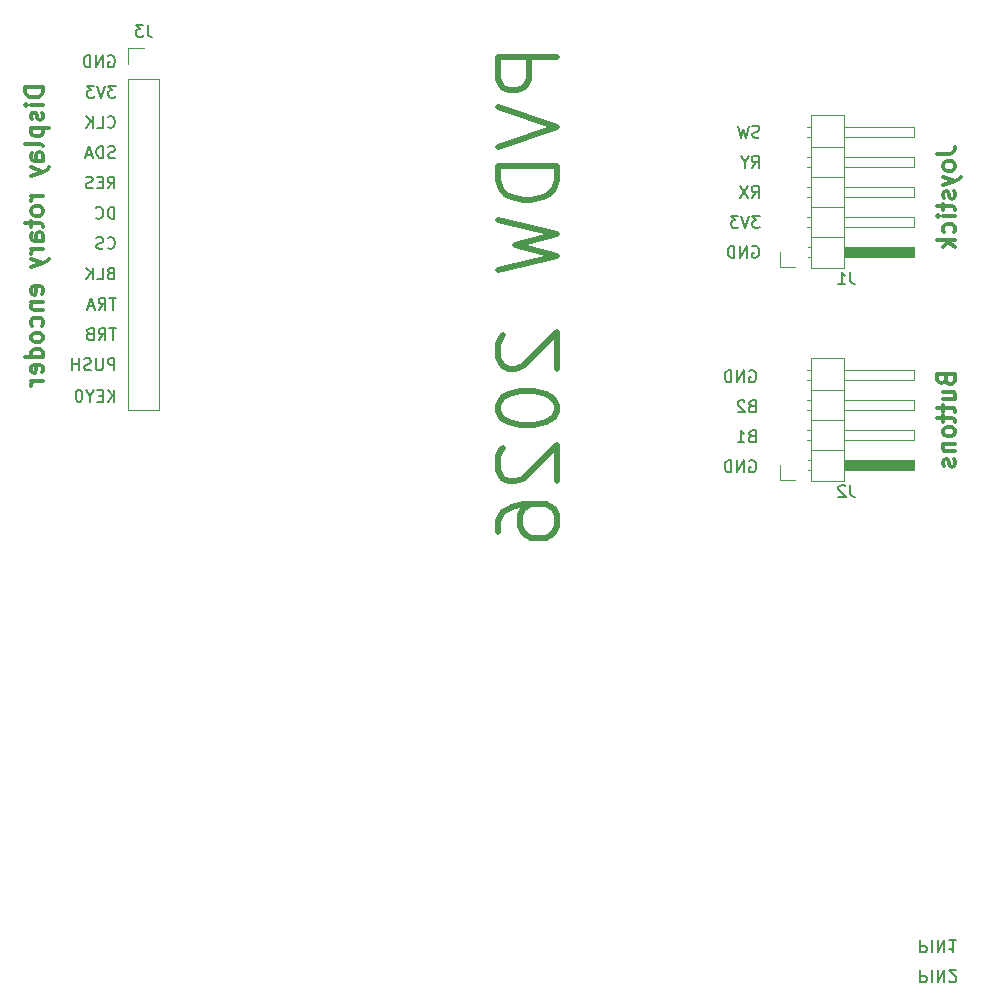
<source format=gbr>
%TF.GenerationSoftware,KiCad,Pcbnew,9.0.6*%
%TF.CreationDate,2026-02-25T03:49:56+07:00*%
%TF.ProjectId,Robot_remote,526f626f-745f-4726-956d-6f74652e6b69,rev?*%
%TF.SameCoordinates,Original*%
%TF.FileFunction,Legend,Bot*%
%TF.FilePolarity,Positive*%
%FSLAX46Y46*%
G04 Gerber Fmt 4.6, Leading zero omitted, Abs format (unit mm)*
G04 Created by KiCad (PCBNEW 9.0.6) date 2026-02-25 03:49:56*
%MOMM*%
%LPD*%
G01*
G04 APERTURE LIST*
%ADD10C,0.500000*%
%ADD11C,0.300000*%
%ADD12C,0.200000*%
%ADD13C,0.150000*%
%ADD14C,0.120000*%
G04 APERTURE END LIST*
D10*
X133220095Y-56891423D02*
X128220095Y-56891423D01*
X128220095Y-56891423D02*
X128220095Y-58796185D01*
X128220095Y-58796185D02*
X128458190Y-59272375D01*
X128458190Y-59272375D02*
X128696285Y-59510470D01*
X128696285Y-59510470D02*
X129172476Y-59748566D01*
X129172476Y-59748566D02*
X129886761Y-59748566D01*
X129886761Y-59748566D02*
X130362952Y-59510470D01*
X130362952Y-59510470D02*
X130601047Y-59272375D01*
X130601047Y-59272375D02*
X130839142Y-58796185D01*
X130839142Y-58796185D02*
X130839142Y-56891423D01*
X128220095Y-61177137D02*
X133220095Y-62843804D01*
X133220095Y-62843804D02*
X128220095Y-64510470D01*
X133220095Y-66177137D02*
X128220095Y-66177137D01*
X128220095Y-66177137D02*
X128220095Y-67367613D01*
X128220095Y-67367613D02*
X128458190Y-68081899D01*
X128458190Y-68081899D02*
X128934380Y-68558089D01*
X128934380Y-68558089D02*
X129410571Y-68796184D01*
X129410571Y-68796184D02*
X130362952Y-69034280D01*
X130362952Y-69034280D02*
X131077238Y-69034280D01*
X131077238Y-69034280D02*
X132029619Y-68796184D01*
X132029619Y-68796184D02*
X132505809Y-68558089D01*
X132505809Y-68558089D02*
X132982000Y-68081899D01*
X132982000Y-68081899D02*
X133220095Y-67367613D01*
X133220095Y-67367613D02*
X133220095Y-66177137D01*
X128220095Y-70700946D02*
X133220095Y-71891422D01*
X133220095Y-71891422D02*
X129648666Y-72843803D01*
X129648666Y-72843803D02*
X133220095Y-73796184D01*
X133220095Y-73796184D02*
X128220095Y-74986661D01*
X128696285Y-80462851D02*
X128458190Y-80700947D01*
X128458190Y-80700947D02*
X128220095Y-81177137D01*
X128220095Y-81177137D02*
X128220095Y-82367613D01*
X128220095Y-82367613D02*
X128458190Y-82843804D01*
X128458190Y-82843804D02*
X128696285Y-83081899D01*
X128696285Y-83081899D02*
X129172476Y-83319994D01*
X129172476Y-83319994D02*
X129648666Y-83319994D01*
X129648666Y-83319994D02*
X130362952Y-83081899D01*
X130362952Y-83081899D02*
X133220095Y-80224756D01*
X133220095Y-80224756D02*
X133220095Y-83319994D01*
X128220095Y-86415233D02*
X128220095Y-86891423D01*
X128220095Y-86891423D02*
X128458190Y-87367614D01*
X128458190Y-87367614D02*
X128696285Y-87605709D01*
X128696285Y-87605709D02*
X129172476Y-87843804D01*
X129172476Y-87843804D02*
X130124857Y-88081899D01*
X130124857Y-88081899D02*
X131315333Y-88081899D01*
X131315333Y-88081899D02*
X132267714Y-87843804D01*
X132267714Y-87843804D02*
X132743904Y-87605709D01*
X132743904Y-87605709D02*
X132982000Y-87367614D01*
X132982000Y-87367614D02*
X133220095Y-86891423D01*
X133220095Y-86891423D02*
X133220095Y-86415233D01*
X133220095Y-86415233D02*
X132982000Y-85939042D01*
X132982000Y-85939042D02*
X132743904Y-85700947D01*
X132743904Y-85700947D02*
X132267714Y-85462852D01*
X132267714Y-85462852D02*
X131315333Y-85224756D01*
X131315333Y-85224756D02*
X130124857Y-85224756D01*
X130124857Y-85224756D02*
X129172476Y-85462852D01*
X129172476Y-85462852D02*
X128696285Y-85700947D01*
X128696285Y-85700947D02*
X128458190Y-85939042D01*
X128458190Y-85939042D02*
X128220095Y-86415233D01*
X128696285Y-89986661D02*
X128458190Y-90224757D01*
X128458190Y-90224757D02*
X128220095Y-90700947D01*
X128220095Y-90700947D02*
X128220095Y-91891423D01*
X128220095Y-91891423D02*
X128458190Y-92367614D01*
X128458190Y-92367614D02*
X128696285Y-92605709D01*
X128696285Y-92605709D02*
X129172476Y-92843804D01*
X129172476Y-92843804D02*
X129648666Y-92843804D01*
X129648666Y-92843804D02*
X130362952Y-92605709D01*
X130362952Y-92605709D02*
X133220095Y-89748566D01*
X133220095Y-89748566D02*
X133220095Y-92843804D01*
X128220095Y-97129519D02*
X128220095Y-96177138D01*
X128220095Y-96177138D02*
X128458190Y-95700947D01*
X128458190Y-95700947D02*
X128696285Y-95462852D01*
X128696285Y-95462852D02*
X129410571Y-94986662D01*
X129410571Y-94986662D02*
X130362952Y-94748566D01*
X130362952Y-94748566D02*
X132267714Y-94748566D01*
X132267714Y-94748566D02*
X132743904Y-94986662D01*
X132743904Y-94986662D02*
X132982000Y-95224757D01*
X132982000Y-95224757D02*
X133220095Y-95700947D01*
X133220095Y-95700947D02*
X133220095Y-96653328D01*
X133220095Y-96653328D02*
X132982000Y-97129519D01*
X132982000Y-97129519D02*
X132743904Y-97367614D01*
X132743904Y-97367614D02*
X132267714Y-97605709D01*
X132267714Y-97605709D02*
X131077238Y-97605709D01*
X131077238Y-97605709D02*
X130601047Y-97367614D01*
X130601047Y-97367614D02*
X130362952Y-97129519D01*
X130362952Y-97129519D02*
X130124857Y-96653328D01*
X130124857Y-96653328D02*
X130124857Y-95700947D01*
X130124857Y-95700947D02*
X130362952Y-95224757D01*
X130362952Y-95224757D02*
X130601047Y-94986662D01*
X130601047Y-94986662D02*
X131077238Y-94748566D01*
D11*
X89716828Y-59482510D02*
X88216828Y-59482510D01*
X88216828Y-59482510D02*
X88216828Y-59839653D01*
X88216828Y-59839653D02*
X88288257Y-60053939D01*
X88288257Y-60053939D02*
X88431114Y-60196796D01*
X88431114Y-60196796D02*
X88573971Y-60268225D01*
X88573971Y-60268225D02*
X88859685Y-60339653D01*
X88859685Y-60339653D02*
X89073971Y-60339653D01*
X89073971Y-60339653D02*
X89359685Y-60268225D01*
X89359685Y-60268225D02*
X89502542Y-60196796D01*
X89502542Y-60196796D02*
X89645400Y-60053939D01*
X89645400Y-60053939D02*
X89716828Y-59839653D01*
X89716828Y-59839653D02*
X89716828Y-59482510D01*
X89716828Y-60982510D02*
X88716828Y-60982510D01*
X88216828Y-60982510D02*
X88288257Y-60911082D01*
X88288257Y-60911082D02*
X88359685Y-60982510D01*
X88359685Y-60982510D02*
X88288257Y-61053939D01*
X88288257Y-61053939D02*
X88216828Y-60982510D01*
X88216828Y-60982510D02*
X88359685Y-60982510D01*
X89645400Y-61625368D02*
X89716828Y-61768225D01*
X89716828Y-61768225D02*
X89716828Y-62053939D01*
X89716828Y-62053939D02*
X89645400Y-62196796D01*
X89645400Y-62196796D02*
X89502542Y-62268225D01*
X89502542Y-62268225D02*
X89431114Y-62268225D01*
X89431114Y-62268225D02*
X89288257Y-62196796D01*
X89288257Y-62196796D02*
X89216828Y-62053939D01*
X89216828Y-62053939D02*
X89216828Y-61839654D01*
X89216828Y-61839654D02*
X89145400Y-61696796D01*
X89145400Y-61696796D02*
X89002542Y-61625368D01*
X89002542Y-61625368D02*
X88931114Y-61625368D01*
X88931114Y-61625368D02*
X88788257Y-61696796D01*
X88788257Y-61696796D02*
X88716828Y-61839654D01*
X88716828Y-61839654D02*
X88716828Y-62053939D01*
X88716828Y-62053939D02*
X88788257Y-62196796D01*
X88716828Y-62911082D02*
X90216828Y-62911082D01*
X88788257Y-62911082D02*
X88716828Y-63053940D01*
X88716828Y-63053940D02*
X88716828Y-63339654D01*
X88716828Y-63339654D02*
X88788257Y-63482511D01*
X88788257Y-63482511D02*
X88859685Y-63553940D01*
X88859685Y-63553940D02*
X89002542Y-63625368D01*
X89002542Y-63625368D02*
X89431114Y-63625368D01*
X89431114Y-63625368D02*
X89573971Y-63553940D01*
X89573971Y-63553940D02*
X89645400Y-63482511D01*
X89645400Y-63482511D02*
X89716828Y-63339654D01*
X89716828Y-63339654D02*
X89716828Y-63053940D01*
X89716828Y-63053940D02*
X89645400Y-62911082D01*
X89716828Y-64482511D02*
X89645400Y-64339654D01*
X89645400Y-64339654D02*
X89502542Y-64268225D01*
X89502542Y-64268225D02*
X88216828Y-64268225D01*
X89716828Y-65696797D02*
X88931114Y-65696797D01*
X88931114Y-65696797D02*
X88788257Y-65625368D01*
X88788257Y-65625368D02*
X88716828Y-65482511D01*
X88716828Y-65482511D02*
X88716828Y-65196797D01*
X88716828Y-65196797D02*
X88788257Y-65053939D01*
X89645400Y-65696797D02*
X89716828Y-65553939D01*
X89716828Y-65553939D02*
X89716828Y-65196797D01*
X89716828Y-65196797D02*
X89645400Y-65053939D01*
X89645400Y-65053939D02*
X89502542Y-64982511D01*
X89502542Y-64982511D02*
X89359685Y-64982511D01*
X89359685Y-64982511D02*
X89216828Y-65053939D01*
X89216828Y-65053939D02*
X89145400Y-65196797D01*
X89145400Y-65196797D02*
X89145400Y-65553939D01*
X89145400Y-65553939D02*
X89073971Y-65696797D01*
X88716828Y-66268225D02*
X89716828Y-66625368D01*
X88716828Y-66982511D02*
X89716828Y-66625368D01*
X89716828Y-66625368D02*
X90073971Y-66482511D01*
X90073971Y-66482511D02*
X90145400Y-66411082D01*
X90145400Y-66411082D02*
X90216828Y-66268225D01*
X89716828Y-68696796D02*
X88716828Y-68696796D01*
X89002542Y-68696796D02*
X88859685Y-68768225D01*
X88859685Y-68768225D02*
X88788257Y-68839654D01*
X88788257Y-68839654D02*
X88716828Y-68982511D01*
X88716828Y-68982511D02*
X88716828Y-69125368D01*
X89716828Y-69839653D02*
X89645400Y-69696796D01*
X89645400Y-69696796D02*
X89573971Y-69625367D01*
X89573971Y-69625367D02*
X89431114Y-69553939D01*
X89431114Y-69553939D02*
X89002542Y-69553939D01*
X89002542Y-69553939D02*
X88859685Y-69625367D01*
X88859685Y-69625367D02*
X88788257Y-69696796D01*
X88788257Y-69696796D02*
X88716828Y-69839653D01*
X88716828Y-69839653D02*
X88716828Y-70053939D01*
X88716828Y-70053939D02*
X88788257Y-70196796D01*
X88788257Y-70196796D02*
X88859685Y-70268225D01*
X88859685Y-70268225D02*
X89002542Y-70339653D01*
X89002542Y-70339653D02*
X89431114Y-70339653D01*
X89431114Y-70339653D02*
X89573971Y-70268225D01*
X89573971Y-70268225D02*
X89645400Y-70196796D01*
X89645400Y-70196796D02*
X89716828Y-70053939D01*
X89716828Y-70053939D02*
X89716828Y-69839653D01*
X88716828Y-70768225D02*
X88716828Y-71339653D01*
X88216828Y-70982510D02*
X89502542Y-70982510D01*
X89502542Y-70982510D02*
X89645400Y-71053939D01*
X89645400Y-71053939D02*
X89716828Y-71196796D01*
X89716828Y-71196796D02*
X89716828Y-71339653D01*
X89716828Y-72482511D02*
X88931114Y-72482511D01*
X88931114Y-72482511D02*
X88788257Y-72411082D01*
X88788257Y-72411082D02*
X88716828Y-72268225D01*
X88716828Y-72268225D02*
X88716828Y-71982511D01*
X88716828Y-71982511D02*
X88788257Y-71839653D01*
X89645400Y-72482511D02*
X89716828Y-72339653D01*
X89716828Y-72339653D02*
X89716828Y-71982511D01*
X89716828Y-71982511D02*
X89645400Y-71839653D01*
X89645400Y-71839653D02*
X89502542Y-71768225D01*
X89502542Y-71768225D02*
X89359685Y-71768225D01*
X89359685Y-71768225D02*
X89216828Y-71839653D01*
X89216828Y-71839653D02*
X89145400Y-71982511D01*
X89145400Y-71982511D02*
X89145400Y-72339653D01*
X89145400Y-72339653D02*
X89073971Y-72482511D01*
X89716828Y-73196796D02*
X88716828Y-73196796D01*
X89002542Y-73196796D02*
X88859685Y-73268225D01*
X88859685Y-73268225D02*
X88788257Y-73339654D01*
X88788257Y-73339654D02*
X88716828Y-73482511D01*
X88716828Y-73482511D02*
X88716828Y-73625368D01*
X88716828Y-73982510D02*
X89716828Y-74339653D01*
X88716828Y-74696796D02*
X89716828Y-74339653D01*
X89716828Y-74339653D02*
X90073971Y-74196796D01*
X90073971Y-74196796D02*
X90145400Y-74125367D01*
X90145400Y-74125367D02*
X90216828Y-73982510D01*
X89645400Y-76982510D02*
X89716828Y-76839653D01*
X89716828Y-76839653D02*
X89716828Y-76553939D01*
X89716828Y-76553939D02*
X89645400Y-76411081D01*
X89645400Y-76411081D02*
X89502542Y-76339653D01*
X89502542Y-76339653D02*
X88931114Y-76339653D01*
X88931114Y-76339653D02*
X88788257Y-76411081D01*
X88788257Y-76411081D02*
X88716828Y-76553939D01*
X88716828Y-76553939D02*
X88716828Y-76839653D01*
X88716828Y-76839653D02*
X88788257Y-76982510D01*
X88788257Y-76982510D02*
X88931114Y-77053939D01*
X88931114Y-77053939D02*
X89073971Y-77053939D01*
X89073971Y-77053939D02*
X89216828Y-76339653D01*
X88716828Y-77696795D02*
X89716828Y-77696795D01*
X88859685Y-77696795D02*
X88788257Y-77768224D01*
X88788257Y-77768224D02*
X88716828Y-77911081D01*
X88716828Y-77911081D02*
X88716828Y-78125367D01*
X88716828Y-78125367D02*
X88788257Y-78268224D01*
X88788257Y-78268224D02*
X88931114Y-78339653D01*
X88931114Y-78339653D02*
X89716828Y-78339653D01*
X89645400Y-79696796D02*
X89716828Y-79553938D01*
X89716828Y-79553938D02*
X89716828Y-79268224D01*
X89716828Y-79268224D02*
X89645400Y-79125367D01*
X89645400Y-79125367D02*
X89573971Y-79053938D01*
X89573971Y-79053938D02*
X89431114Y-78982510D01*
X89431114Y-78982510D02*
X89002542Y-78982510D01*
X89002542Y-78982510D02*
X88859685Y-79053938D01*
X88859685Y-79053938D02*
X88788257Y-79125367D01*
X88788257Y-79125367D02*
X88716828Y-79268224D01*
X88716828Y-79268224D02*
X88716828Y-79553938D01*
X88716828Y-79553938D02*
X88788257Y-79696796D01*
X89716828Y-80553938D02*
X89645400Y-80411081D01*
X89645400Y-80411081D02*
X89573971Y-80339652D01*
X89573971Y-80339652D02*
X89431114Y-80268224D01*
X89431114Y-80268224D02*
X89002542Y-80268224D01*
X89002542Y-80268224D02*
X88859685Y-80339652D01*
X88859685Y-80339652D02*
X88788257Y-80411081D01*
X88788257Y-80411081D02*
X88716828Y-80553938D01*
X88716828Y-80553938D02*
X88716828Y-80768224D01*
X88716828Y-80768224D02*
X88788257Y-80911081D01*
X88788257Y-80911081D02*
X88859685Y-80982510D01*
X88859685Y-80982510D02*
X89002542Y-81053938D01*
X89002542Y-81053938D02*
X89431114Y-81053938D01*
X89431114Y-81053938D02*
X89573971Y-80982510D01*
X89573971Y-80982510D02*
X89645400Y-80911081D01*
X89645400Y-80911081D02*
X89716828Y-80768224D01*
X89716828Y-80768224D02*
X89716828Y-80553938D01*
X89716828Y-82339653D02*
X88216828Y-82339653D01*
X89645400Y-82339653D02*
X89716828Y-82196795D01*
X89716828Y-82196795D02*
X89716828Y-81911081D01*
X89716828Y-81911081D02*
X89645400Y-81768224D01*
X89645400Y-81768224D02*
X89573971Y-81696795D01*
X89573971Y-81696795D02*
X89431114Y-81625367D01*
X89431114Y-81625367D02*
X89002542Y-81625367D01*
X89002542Y-81625367D02*
X88859685Y-81696795D01*
X88859685Y-81696795D02*
X88788257Y-81768224D01*
X88788257Y-81768224D02*
X88716828Y-81911081D01*
X88716828Y-81911081D02*
X88716828Y-82196795D01*
X88716828Y-82196795D02*
X88788257Y-82339653D01*
X89645400Y-83625367D02*
X89716828Y-83482510D01*
X89716828Y-83482510D02*
X89716828Y-83196796D01*
X89716828Y-83196796D02*
X89645400Y-83053938D01*
X89645400Y-83053938D02*
X89502542Y-82982510D01*
X89502542Y-82982510D02*
X88931114Y-82982510D01*
X88931114Y-82982510D02*
X88788257Y-83053938D01*
X88788257Y-83053938D02*
X88716828Y-83196796D01*
X88716828Y-83196796D02*
X88716828Y-83482510D01*
X88716828Y-83482510D02*
X88788257Y-83625367D01*
X88788257Y-83625367D02*
X88931114Y-83696796D01*
X88931114Y-83696796D02*
X89073971Y-83696796D01*
X89073971Y-83696796D02*
X89216828Y-82982510D01*
X89716828Y-84339652D02*
X88716828Y-84339652D01*
X89002542Y-84339652D02*
X88859685Y-84411081D01*
X88859685Y-84411081D02*
X88788257Y-84482510D01*
X88788257Y-84482510D02*
X88716828Y-84625367D01*
X88716828Y-84625367D02*
X88716828Y-84768224D01*
X166147114Y-84239510D02*
X166218542Y-84453796D01*
X166218542Y-84453796D02*
X166289971Y-84525225D01*
X166289971Y-84525225D02*
X166432828Y-84596653D01*
X166432828Y-84596653D02*
X166647114Y-84596653D01*
X166647114Y-84596653D02*
X166789971Y-84525225D01*
X166789971Y-84525225D02*
X166861400Y-84453796D01*
X166861400Y-84453796D02*
X166932828Y-84310939D01*
X166932828Y-84310939D02*
X166932828Y-83739510D01*
X166932828Y-83739510D02*
X165432828Y-83739510D01*
X165432828Y-83739510D02*
X165432828Y-84239510D01*
X165432828Y-84239510D02*
X165504257Y-84382368D01*
X165504257Y-84382368D02*
X165575685Y-84453796D01*
X165575685Y-84453796D02*
X165718542Y-84525225D01*
X165718542Y-84525225D02*
X165861400Y-84525225D01*
X165861400Y-84525225D02*
X166004257Y-84453796D01*
X166004257Y-84453796D02*
X166075685Y-84382368D01*
X166075685Y-84382368D02*
X166147114Y-84239510D01*
X166147114Y-84239510D02*
X166147114Y-83739510D01*
X165932828Y-85882368D02*
X166932828Y-85882368D01*
X165932828Y-85239510D02*
X166718542Y-85239510D01*
X166718542Y-85239510D02*
X166861400Y-85310939D01*
X166861400Y-85310939D02*
X166932828Y-85453796D01*
X166932828Y-85453796D02*
X166932828Y-85668082D01*
X166932828Y-85668082D02*
X166861400Y-85810939D01*
X166861400Y-85810939D02*
X166789971Y-85882368D01*
X165932828Y-86382368D02*
X165932828Y-86953796D01*
X165432828Y-86596653D02*
X166718542Y-86596653D01*
X166718542Y-86596653D02*
X166861400Y-86668082D01*
X166861400Y-86668082D02*
X166932828Y-86810939D01*
X166932828Y-86810939D02*
X166932828Y-86953796D01*
X165932828Y-87239511D02*
X165932828Y-87810939D01*
X165432828Y-87453796D02*
X166718542Y-87453796D01*
X166718542Y-87453796D02*
X166861400Y-87525225D01*
X166861400Y-87525225D02*
X166932828Y-87668082D01*
X166932828Y-87668082D02*
X166932828Y-87810939D01*
X166932828Y-88525225D02*
X166861400Y-88382368D01*
X166861400Y-88382368D02*
X166789971Y-88310939D01*
X166789971Y-88310939D02*
X166647114Y-88239511D01*
X166647114Y-88239511D02*
X166218542Y-88239511D01*
X166218542Y-88239511D02*
X166075685Y-88310939D01*
X166075685Y-88310939D02*
X166004257Y-88382368D01*
X166004257Y-88382368D02*
X165932828Y-88525225D01*
X165932828Y-88525225D02*
X165932828Y-88739511D01*
X165932828Y-88739511D02*
X166004257Y-88882368D01*
X166004257Y-88882368D02*
X166075685Y-88953797D01*
X166075685Y-88953797D02*
X166218542Y-89025225D01*
X166218542Y-89025225D02*
X166647114Y-89025225D01*
X166647114Y-89025225D02*
X166789971Y-88953797D01*
X166789971Y-88953797D02*
X166861400Y-88882368D01*
X166861400Y-88882368D02*
X166932828Y-88739511D01*
X166932828Y-88739511D02*
X166932828Y-88525225D01*
X165932828Y-89668082D02*
X166932828Y-89668082D01*
X166075685Y-89668082D02*
X166004257Y-89739511D01*
X166004257Y-89739511D02*
X165932828Y-89882368D01*
X165932828Y-89882368D02*
X165932828Y-90096654D01*
X165932828Y-90096654D02*
X166004257Y-90239511D01*
X166004257Y-90239511D02*
X166147114Y-90310940D01*
X166147114Y-90310940D02*
X166932828Y-90310940D01*
X166861400Y-90953797D02*
X166932828Y-91096654D01*
X166932828Y-91096654D02*
X166932828Y-91382368D01*
X166932828Y-91382368D02*
X166861400Y-91525225D01*
X166861400Y-91525225D02*
X166718542Y-91596654D01*
X166718542Y-91596654D02*
X166647114Y-91596654D01*
X166647114Y-91596654D02*
X166504257Y-91525225D01*
X166504257Y-91525225D02*
X166432828Y-91382368D01*
X166432828Y-91382368D02*
X166432828Y-91168083D01*
X166432828Y-91168083D02*
X166361400Y-91025225D01*
X166361400Y-91025225D02*
X166218542Y-90953797D01*
X166218542Y-90953797D02*
X166147114Y-90953797D01*
X166147114Y-90953797D02*
X166004257Y-91025225D01*
X166004257Y-91025225D02*
X165932828Y-91168083D01*
X165932828Y-91168083D02*
X165932828Y-91382368D01*
X165932828Y-91382368D02*
X166004257Y-91525225D01*
X165432828Y-65118082D02*
X166504257Y-65118082D01*
X166504257Y-65118082D02*
X166718542Y-65046653D01*
X166718542Y-65046653D02*
X166861400Y-64903796D01*
X166861400Y-64903796D02*
X166932828Y-64689510D01*
X166932828Y-64689510D02*
X166932828Y-64546653D01*
X166932828Y-66046653D02*
X166861400Y-65903796D01*
X166861400Y-65903796D02*
X166789971Y-65832367D01*
X166789971Y-65832367D02*
X166647114Y-65760939D01*
X166647114Y-65760939D02*
X166218542Y-65760939D01*
X166218542Y-65760939D02*
X166075685Y-65832367D01*
X166075685Y-65832367D02*
X166004257Y-65903796D01*
X166004257Y-65903796D02*
X165932828Y-66046653D01*
X165932828Y-66046653D02*
X165932828Y-66260939D01*
X165932828Y-66260939D02*
X166004257Y-66403796D01*
X166004257Y-66403796D02*
X166075685Y-66475225D01*
X166075685Y-66475225D02*
X166218542Y-66546653D01*
X166218542Y-66546653D02*
X166647114Y-66546653D01*
X166647114Y-66546653D02*
X166789971Y-66475225D01*
X166789971Y-66475225D02*
X166861400Y-66403796D01*
X166861400Y-66403796D02*
X166932828Y-66260939D01*
X166932828Y-66260939D02*
X166932828Y-66046653D01*
X165932828Y-67046653D02*
X166932828Y-67403796D01*
X165932828Y-67760939D02*
X166932828Y-67403796D01*
X166932828Y-67403796D02*
X167289971Y-67260939D01*
X167289971Y-67260939D02*
X167361400Y-67189510D01*
X167361400Y-67189510D02*
X167432828Y-67046653D01*
X166861400Y-68260939D02*
X166932828Y-68403796D01*
X166932828Y-68403796D02*
X166932828Y-68689510D01*
X166932828Y-68689510D02*
X166861400Y-68832367D01*
X166861400Y-68832367D02*
X166718542Y-68903796D01*
X166718542Y-68903796D02*
X166647114Y-68903796D01*
X166647114Y-68903796D02*
X166504257Y-68832367D01*
X166504257Y-68832367D02*
X166432828Y-68689510D01*
X166432828Y-68689510D02*
X166432828Y-68475225D01*
X166432828Y-68475225D02*
X166361400Y-68332367D01*
X166361400Y-68332367D02*
X166218542Y-68260939D01*
X166218542Y-68260939D02*
X166147114Y-68260939D01*
X166147114Y-68260939D02*
X166004257Y-68332367D01*
X166004257Y-68332367D02*
X165932828Y-68475225D01*
X165932828Y-68475225D02*
X165932828Y-68689510D01*
X165932828Y-68689510D02*
X166004257Y-68832367D01*
X165932828Y-69332368D02*
X165932828Y-69903796D01*
X165432828Y-69546653D02*
X166718542Y-69546653D01*
X166718542Y-69546653D02*
X166861400Y-69618082D01*
X166861400Y-69618082D02*
X166932828Y-69760939D01*
X166932828Y-69760939D02*
X166932828Y-69903796D01*
X166932828Y-70403796D02*
X165932828Y-70403796D01*
X165432828Y-70403796D02*
X165504257Y-70332368D01*
X165504257Y-70332368D02*
X165575685Y-70403796D01*
X165575685Y-70403796D02*
X165504257Y-70475225D01*
X165504257Y-70475225D02*
X165432828Y-70403796D01*
X165432828Y-70403796D02*
X165575685Y-70403796D01*
X166861400Y-71760940D02*
X166932828Y-71618082D01*
X166932828Y-71618082D02*
X166932828Y-71332368D01*
X166932828Y-71332368D02*
X166861400Y-71189511D01*
X166861400Y-71189511D02*
X166789971Y-71118082D01*
X166789971Y-71118082D02*
X166647114Y-71046654D01*
X166647114Y-71046654D02*
X166218542Y-71046654D01*
X166218542Y-71046654D02*
X166075685Y-71118082D01*
X166075685Y-71118082D02*
X166004257Y-71189511D01*
X166004257Y-71189511D02*
X165932828Y-71332368D01*
X165932828Y-71332368D02*
X165932828Y-71618082D01*
X165932828Y-71618082D02*
X166004257Y-71760940D01*
X166932828Y-72403796D02*
X165432828Y-72403796D01*
X166361400Y-72546654D02*
X166932828Y-72975225D01*
X165932828Y-72975225D02*
X166504257Y-72403796D01*
D12*
X95769326Y-86100219D02*
X95769326Y-85100219D01*
X95197898Y-86100219D02*
X95626469Y-85528790D01*
X95197898Y-85100219D02*
X95769326Y-85671647D01*
X94769326Y-85576409D02*
X94435993Y-85576409D01*
X94293136Y-86100219D02*
X94769326Y-86100219D01*
X94769326Y-86100219D02*
X94769326Y-85100219D01*
X94769326Y-85100219D02*
X94293136Y-85100219D01*
X93674088Y-85624028D02*
X93674088Y-86100219D01*
X94007421Y-85100219D02*
X93674088Y-85624028D01*
X93674088Y-85624028D02*
X93340755Y-85100219D01*
X92816945Y-85100219D02*
X92721707Y-85100219D01*
X92721707Y-85100219D02*
X92626469Y-85147838D01*
X92626469Y-85147838D02*
X92578850Y-85195457D01*
X92578850Y-85195457D02*
X92531231Y-85290695D01*
X92531231Y-85290695D02*
X92483612Y-85481171D01*
X92483612Y-85481171D02*
X92483612Y-85719266D01*
X92483612Y-85719266D02*
X92531231Y-85909742D01*
X92531231Y-85909742D02*
X92578850Y-86004980D01*
X92578850Y-86004980D02*
X92626469Y-86052600D01*
X92626469Y-86052600D02*
X92721707Y-86100219D01*
X92721707Y-86100219D02*
X92816945Y-86100219D01*
X92816945Y-86100219D02*
X92912183Y-86052600D01*
X92912183Y-86052600D02*
X92959802Y-86004980D01*
X92959802Y-86004980D02*
X93007421Y-85909742D01*
X93007421Y-85909742D02*
X93055040Y-85719266D01*
X93055040Y-85719266D02*
X93055040Y-85481171D01*
X93055040Y-85481171D02*
X93007421Y-85290695D01*
X93007421Y-85290695D02*
X92959802Y-85195457D01*
X92959802Y-85195457D02*
X92912183Y-85147838D01*
X92912183Y-85147838D02*
X92816945Y-85100219D01*
X149534517Y-83496838D02*
X149629755Y-83449219D01*
X149629755Y-83449219D02*
X149772612Y-83449219D01*
X149772612Y-83449219D02*
X149915469Y-83496838D01*
X149915469Y-83496838D02*
X150010707Y-83592076D01*
X150010707Y-83592076D02*
X150058326Y-83687314D01*
X150058326Y-83687314D02*
X150105945Y-83877790D01*
X150105945Y-83877790D02*
X150105945Y-84020647D01*
X150105945Y-84020647D02*
X150058326Y-84211123D01*
X150058326Y-84211123D02*
X150010707Y-84306361D01*
X150010707Y-84306361D02*
X149915469Y-84401600D01*
X149915469Y-84401600D02*
X149772612Y-84449219D01*
X149772612Y-84449219D02*
X149677374Y-84449219D01*
X149677374Y-84449219D02*
X149534517Y-84401600D01*
X149534517Y-84401600D02*
X149486898Y-84353980D01*
X149486898Y-84353980D02*
X149486898Y-84020647D01*
X149486898Y-84020647D02*
X149677374Y-84020647D01*
X149058326Y-84449219D02*
X149058326Y-83449219D01*
X149058326Y-83449219D02*
X148486898Y-84449219D01*
X148486898Y-84449219D02*
X148486898Y-83449219D01*
X148010707Y-84449219D02*
X148010707Y-83449219D01*
X148010707Y-83449219D02*
X147772612Y-83449219D01*
X147772612Y-83449219D02*
X147629755Y-83496838D01*
X147629755Y-83496838D02*
X147534517Y-83592076D01*
X147534517Y-83592076D02*
X147486898Y-83687314D01*
X147486898Y-83687314D02*
X147439279Y-83877790D01*
X147439279Y-83877790D02*
X147439279Y-84020647D01*
X147439279Y-84020647D02*
X147486898Y-84211123D01*
X147486898Y-84211123D02*
X147534517Y-84306361D01*
X147534517Y-84306361D02*
X147629755Y-84401600D01*
X147629755Y-84401600D02*
X147772612Y-84449219D01*
X147772612Y-84449219D02*
X148010707Y-84449219D01*
X95245517Y-56826838D02*
X95340755Y-56779219D01*
X95340755Y-56779219D02*
X95483612Y-56779219D01*
X95483612Y-56779219D02*
X95626469Y-56826838D01*
X95626469Y-56826838D02*
X95721707Y-56922076D01*
X95721707Y-56922076D02*
X95769326Y-57017314D01*
X95769326Y-57017314D02*
X95816945Y-57207790D01*
X95816945Y-57207790D02*
X95816945Y-57350647D01*
X95816945Y-57350647D02*
X95769326Y-57541123D01*
X95769326Y-57541123D02*
X95721707Y-57636361D01*
X95721707Y-57636361D02*
X95626469Y-57731600D01*
X95626469Y-57731600D02*
X95483612Y-57779219D01*
X95483612Y-57779219D02*
X95388374Y-57779219D01*
X95388374Y-57779219D02*
X95245517Y-57731600D01*
X95245517Y-57731600D02*
X95197898Y-57683980D01*
X95197898Y-57683980D02*
X95197898Y-57350647D01*
X95197898Y-57350647D02*
X95388374Y-57350647D01*
X94769326Y-57779219D02*
X94769326Y-56779219D01*
X94769326Y-56779219D02*
X94197898Y-57779219D01*
X94197898Y-57779219D02*
X94197898Y-56779219D01*
X93721707Y-57779219D02*
X93721707Y-56779219D01*
X93721707Y-56779219D02*
X93483612Y-56779219D01*
X93483612Y-56779219D02*
X93340755Y-56826838D01*
X93340755Y-56826838D02*
X93245517Y-56922076D01*
X93245517Y-56922076D02*
X93197898Y-57017314D01*
X93197898Y-57017314D02*
X93150279Y-57207790D01*
X93150279Y-57207790D02*
X93150279Y-57350647D01*
X93150279Y-57350647D02*
X93197898Y-57541123D01*
X93197898Y-57541123D02*
X93245517Y-57636361D01*
X93245517Y-57636361D02*
X93340755Y-57731600D01*
X93340755Y-57731600D02*
X93483612Y-57779219D01*
X93483612Y-57779219D02*
X93721707Y-57779219D01*
X95197898Y-68040819D02*
X95531231Y-67564628D01*
X95769326Y-68040819D02*
X95769326Y-67040819D01*
X95769326Y-67040819D02*
X95388374Y-67040819D01*
X95388374Y-67040819D02*
X95293136Y-67088438D01*
X95293136Y-67088438D02*
X95245517Y-67136057D01*
X95245517Y-67136057D02*
X95197898Y-67231295D01*
X95197898Y-67231295D02*
X95197898Y-67374152D01*
X95197898Y-67374152D02*
X95245517Y-67469390D01*
X95245517Y-67469390D02*
X95293136Y-67517009D01*
X95293136Y-67517009D02*
X95388374Y-67564628D01*
X95388374Y-67564628D02*
X95769326Y-67564628D01*
X94769326Y-67517009D02*
X94435993Y-67517009D01*
X94293136Y-68040819D02*
X94769326Y-68040819D01*
X94769326Y-68040819D02*
X94769326Y-67040819D01*
X94769326Y-67040819D02*
X94293136Y-67040819D01*
X93912183Y-67993200D02*
X93769326Y-68040819D01*
X93769326Y-68040819D02*
X93531231Y-68040819D01*
X93531231Y-68040819D02*
X93435993Y-67993200D01*
X93435993Y-67993200D02*
X93388374Y-67945580D01*
X93388374Y-67945580D02*
X93340755Y-67850342D01*
X93340755Y-67850342D02*
X93340755Y-67755104D01*
X93340755Y-67755104D02*
X93388374Y-67659866D01*
X93388374Y-67659866D02*
X93435993Y-67612247D01*
X93435993Y-67612247D02*
X93531231Y-67564628D01*
X93531231Y-67564628D02*
X93721707Y-67517009D01*
X93721707Y-67517009D02*
X93816945Y-67469390D01*
X93816945Y-67469390D02*
X93864564Y-67421771D01*
X93864564Y-67421771D02*
X93912183Y-67326533D01*
X93912183Y-67326533D02*
X93912183Y-67231295D01*
X93912183Y-67231295D02*
X93864564Y-67136057D01*
X93864564Y-67136057D02*
X93816945Y-67088438D01*
X93816945Y-67088438D02*
X93721707Y-67040819D01*
X93721707Y-67040819D02*
X93483612Y-67040819D01*
X93483612Y-67040819D02*
X93340755Y-67088438D01*
X149788517Y-72955838D02*
X149883755Y-72908219D01*
X149883755Y-72908219D02*
X150026612Y-72908219D01*
X150026612Y-72908219D02*
X150169469Y-72955838D01*
X150169469Y-72955838D02*
X150264707Y-73051076D01*
X150264707Y-73051076D02*
X150312326Y-73146314D01*
X150312326Y-73146314D02*
X150359945Y-73336790D01*
X150359945Y-73336790D02*
X150359945Y-73479647D01*
X150359945Y-73479647D02*
X150312326Y-73670123D01*
X150312326Y-73670123D02*
X150264707Y-73765361D01*
X150264707Y-73765361D02*
X150169469Y-73860600D01*
X150169469Y-73860600D02*
X150026612Y-73908219D01*
X150026612Y-73908219D02*
X149931374Y-73908219D01*
X149931374Y-73908219D02*
X149788517Y-73860600D01*
X149788517Y-73860600D02*
X149740898Y-73812980D01*
X149740898Y-73812980D02*
X149740898Y-73479647D01*
X149740898Y-73479647D02*
X149931374Y-73479647D01*
X149312326Y-73908219D02*
X149312326Y-72908219D01*
X149312326Y-72908219D02*
X148740898Y-73908219D01*
X148740898Y-73908219D02*
X148740898Y-72908219D01*
X148264707Y-73908219D02*
X148264707Y-72908219D01*
X148264707Y-72908219D02*
X148026612Y-72908219D01*
X148026612Y-72908219D02*
X147883755Y-72955838D01*
X147883755Y-72955838D02*
X147788517Y-73051076D01*
X147788517Y-73051076D02*
X147740898Y-73146314D01*
X147740898Y-73146314D02*
X147693279Y-73336790D01*
X147693279Y-73336790D02*
X147693279Y-73479647D01*
X147693279Y-73479647D02*
X147740898Y-73670123D01*
X147740898Y-73670123D02*
X147788517Y-73765361D01*
X147788517Y-73765361D02*
X147883755Y-73860600D01*
X147883755Y-73860600D02*
X148026612Y-73908219D01*
X148026612Y-73908219D02*
X148264707Y-73908219D01*
X95197898Y-73076380D02*
X95245517Y-73124000D01*
X95245517Y-73124000D02*
X95388374Y-73171619D01*
X95388374Y-73171619D02*
X95483612Y-73171619D01*
X95483612Y-73171619D02*
X95626469Y-73124000D01*
X95626469Y-73124000D02*
X95721707Y-73028761D01*
X95721707Y-73028761D02*
X95769326Y-72933523D01*
X95769326Y-72933523D02*
X95816945Y-72743047D01*
X95816945Y-72743047D02*
X95816945Y-72600190D01*
X95816945Y-72600190D02*
X95769326Y-72409714D01*
X95769326Y-72409714D02*
X95721707Y-72314476D01*
X95721707Y-72314476D02*
X95626469Y-72219238D01*
X95626469Y-72219238D02*
X95483612Y-72171619D01*
X95483612Y-72171619D02*
X95388374Y-72171619D01*
X95388374Y-72171619D02*
X95245517Y-72219238D01*
X95245517Y-72219238D02*
X95197898Y-72266857D01*
X94816945Y-73124000D02*
X94674088Y-73171619D01*
X94674088Y-73171619D02*
X94435993Y-73171619D01*
X94435993Y-73171619D02*
X94340755Y-73124000D01*
X94340755Y-73124000D02*
X94293136Y-73076380D01*
X94293136Y-73076380D02*
X94245517Y-72981142D01*
X94245517Y-72981142D02*
X94245517Y-72885904D01*
X94245517Y-72885904D02*
X94293136Y-72790666D01*
X94293136Y-72790666D02*
X94340755Y-72743047D01*
X94340755Y-72743047D02*
X94435993Y-72695428D01*
X94435993Y-72695428D02*
X94626469Y-72647809D01*
X94626469Y-72647809D02*
X94721707Y-72600190D01*
X94721707Y-72600190D02*
X94769326Y-72552571D01*
X94769326Y-72552571D02*
X94816945Y-72457333D01*
X94816945Y-72457333D02*
X94816945Y-72362095D01*
X94816945Y-72362095D02*
X94769326Y-72266857D01*
X94769326Y-72266857D02*
X94721707Y-72219238D01*
X94721707Y-72219238D02*
X94626469Y-72171619D01*
X94626469Y-72171619D02*
X94388374Y-72171619D01*
X94388374Y-72171619D02*
X94245517Y-72219238D01*
X149724993Y-89005409D02*
X149582136Y-89053028D01*
X149582136Y-89053028D02*
X149534517Y-89100647D01*
X149534517Y-89100647D02*
X149486898Y-89195885D01*
X149486898Y-89195885D02*
X149486898Y-89338742D01*
X149486898Y-89338742D02*
X149534517Y-89433980D01*
X149534517Y-89433980D02*
X149582136Y-89481600D01*
X149582136Y-89481600D02*
X149677374Y-89529219D01*
X149677374Y-89529219D02*
X150058326Y-89529219D01*
X150058326Y-89529219D02*
X150058326Y-88529219D01*
X150058326Y-88529219D02*
X149724993Y-88529219D01*
X149724993Y-88529219D02*
X149629755Y-88576838D01*
X149629755Y-88576838D02*
X149582136Y-88624457D01*
X149582136Y-88624457D02*
X149534517Y-88719695D01*
X149534517Y-88719695D02*
X149534517Y-88814933D01*
X149534517Y-88814933D02*
X149582136Y-88910171D01*
X149582136Y-88910171D02*
X149629755Y-88957790D01*
X149629755Y-88957790D02*
X149724993Y-89005409D01*
X149724993Y-89005409D02*
X150058326Y-89005409D01*
X148534517Y-89529219D02*
X149105945Y-89529219D01*
X148820231Y-89529219D02*
X148820231Y-88529219D01*
X148820231Y-88529219D02*
X148915469Y-88672076D01*
X148915469Y-88672076D02*
X149010707Y-88767314D01*
X149010707Y-88767314D02*
X149105945Y-88814933D01*
X95197898Y-62814780D02*
X95245517Y-62862400D01*
X95245517Y-62862400D02*
X95388374Y-62910019D01*
X95388374Y-62910019D02*
X95483612Y-62910019D01*
X95483612Y-62910019D02*
X95626469Y-62862400D01*
X95626469Y-62862400D02*
X95721707Y-62767161D01*
X95721707Y-62767161D02*
X95769326Y-62671923D01*
X95769326Y-62671923D02*
X95816945Y-62481447D01*
X95816945Y-62481447D02*
X95816945Y-62338590D01*
X95816945Y-62338590D02*
X95769326Y-62148114D01*
X95769326Y-62148114D02*
X95721707Y-62052876D01*
X95721707Y-62052876D02*
X95626469Y-61957638D01*
X95626469Y-61957638D02*
X95483612Y-61910019D01*
X95483612Y-61910019D02*
X95388374Y-61910019D01*
X95388374Y-61910019D02*
X95245517Y-61957638D01*
X95245517Y-61957638D02*
X95197898Y-62005257D01*
X94293136Y-62910019D02*
X94769326Y-62910019D01*
X94769326Y-62910019D02*
X94769326Y-61910019D01*
X93959802Y-62910019D02*
X93959802Y-61910019D01*
X93388374Y-62910019D02*
X93816945Y-62338590D01*
X93388374Y-61910019D02*
X93959802Y-62481447D01*
X95769326Y-70606219D02*
X95769326Y-69606219D01*
X95769326Y-69606219D02*
X95531231Y-69606219D01*
X95531231Y-69606219D02*
X95388374Y-69653838D01*
X95388374Y-69653838D02*
X95293136Y-69749076D01*
X95293136Y-69749076D02*
X95245517Y-69844314D01*
X95245517Y-69844314D02*
X95197898Y-70034790D01*
X95197898Y-70034790D02*
X95197898Y-70177647D01*
X95197898Y-70177647D02*
X95245517Y-70368123D01*
X95245517Y-70368123D02*
X95293136Y-70463361D01*
X95293136Y-70463361D02*
X95388374Y-70558600D01*
X95388374Y-70558600D02*
X95531231Y-70606219D01*
X95531231Y-70606219D02*
X95769326Y-70606219D01*
X94197898Y-70510980D02*
X94245517Y-70558600D01*
X94245517Y-70558600D02*
X94388374Y-70606219D01*
X94388374Y-70606219D02*
X94483612Y-70606219D01*
X94483612Y-70606219D02*
X94626469Y-70558600D01*
X94626469Y-70558600D02*
X94721707Y-70463361D01*
X94721707Y-70463361D02*
X94769326Y-70368123D01*
X94769326Y-70368123D02*
X94816945Y-70177647D01*
X94816945Y-70177647D02*
X94816945Y-70034790D01*
X94816945Y-70034790D02*
X94769326Y-69844314D01*
X94769326Y-69844314D02*
X94721707Y-69749076D01*
X94721707Y-69749076D02*
X94626469Y-69653838D01*
X94626469Y-69653838D02*
X94483612Y-69606219D01*
X94483612Y-69606219D02*
X94388374Y-69606219D01*
X94388374Y-69606219D02*
X94245517Y-69653838D01*
X94245517Y-69653838D02*
X94197898Y-69701457D01*
X95912183Y-79867819D02*
X95340755Y-79867819D01*
X95626469Y-80867819D02*
X95626469Y-79867819D01*
X94435993Y-80867819D02*
X94769326Y-80391628D01*
X95007421Y-80867819D02*
X95007421Y-79867819D01*
X95007421Y-79867819D02*
X94626469Y-79867819D01*
X94626469Y-79867819D02*
X94531231Y-79915438D01*
X94531231Y-79915438D02*
X94483612Y-79963057D01*
X94483612Y-79963057D02*
X94435993Y-80058295D01*
X94435993Y-80058295D02*
X94435993Y-80201152D01*
X94435993Y-80201152D02*
X94483612Y-80296390D01*
X94483612Y-80296390D02*
X94531231Y-80344009D01*
X94531231Y-80344009D02*
X94626469Y-80391628D01*
X94626469Y-80391628D02*
X95007421Y-80391628D01*
X93674088Y-80344009D02*
X93531231Y-80391628D01*
X93531231Y-80391628D02*
X93483612Y-80439247D01*
X93483612Y-80439247D02*
X93435993Y-80534485D01*
X93435993Y-80534485D02*
X93435993Y-80677342D01*
X93435993Y-80677342D02*
X93483612Y-80772580D01*
X93483612Y-80772580D02*
X93531231Y-80820200D01*
X93531231Y-80820200D02*
X93626469Y-80867819D01*
X93626469Y-80867819D02*
X94007421Y-80867819D01*
X94007421Y-80867819D02*
X94007421Y-79867819D01*
X94007421Y-79867819D02*
X93674088Y-79867819D01*
X93674088Y-79867819D02*
X93578850Y-79915438D01*
X93578850Y-79915438D02*
X93531231Y-79963057D01*
X93531231Y-79963057D02*
X93483612Y-80058295D01*
X93483612Y-80058295D02*
X93483612Y-80153533D01*
X93483612Y-80153533D02*
X93531231Y-80248771D01*
X93531231Y-80248771D02*
X93578850Y-80296390D01*
X93578850Y-80296390D02*
X93674088Y-80344009D01*
X93674088Y-80344009D02*
X94007421Y-80344009D01*
X95864564Y-59344619D02*
X95245517Y-59344619D01*
X95245517Y-59344619D02*
X95578850Y-59725571D01*
X95578850Y-59725571D02*
X95435993Y-59725571D01*
X95435993Y-59725571D02*
X95340755Y-59773190D01*
X95340755Y-59773190D02*
X95293136Y-59820809D01*
X95293136Y-59820809D02*
X95245517Y-59916047D01*
X95245517Y-59916047D02*
X95245517Y-60154142D01*
X95245517Y-60154142D02*
X95293136Y-60249380D01*
X95293136Y-60249380D02*
X95340755Y-60297000D01*
X95340755Y-60297000D02*
X95435993Y-60344619D01*
X95435993Y-60344619D02*
X95721707Y-60344619D01*
X95721707Y-60344619D02*
X95816945Y-60297000D01*
X95816945Y-60297000D02*
X95864564Y-60249380D01*
X94959802Y-59344619D02*
X94626469Y-60344619D01*
X94626469Y-60344619D02*
X94293136Y-59344619D01*
X94055040Y-59344619D02*
X93435993Y-59344619D01*
X93435993Y-59344619D02*
X93769326Y-59725571D01*
X93769326Y-59725571D02*
X93626469Y-59725571D01*
X93626469Y-59725571D02*
X93531231Y-59773190D01*
X93531231Y-59773190D02*
X93483612Y-59820809D01*
X93483612Y-59820809D02*
X93435993Y-59916047D01*
X93435993Y-59916047D02*
X93435993Y-60154142D01*
X93435993Y-60154142D02*
X93483612Y-60249380D01*
X93483612Y-60249380D02*
X93531231Y-60297000D01*
X93531231Y-60297000D02*
X93626469Y-60344619D01*
X93626469Y-60344619D02*
X93912183Y-60344619D01*
X93912183Y-60344619D02*
X94007421Y-60297000D01*
X94007421Y-60297000D02*
X94055040Y-60249380D01*
X149534517Y-91116838D02*
X149629755Y-91069219D01*
X149629755Y-91069219D02*
X149772612Y-91069219D01*
X149772612Y-91069219D02*
X149915469Y-91116838D01*
X149915469Y-91116838D02*
X150010707Y-91212076D01*
X150010707Y-91212076D02*
X150058326Y-91307314D01*
X150058326Y-91307314D02*
X150105945Y-91497790D01*
X150105945Y-91497790D02*
X150105945Y-91640647D01*
X150105945Y-91640647D02*
X150058326Y-91831123D01*
X150058326Y-91831123D02*
X150010707Y-91926361D01*
X150010707Y-91926361D02*
X149915469Y-92021600D01*
X149915469Y-92021600D02*
X149772612Y-92069219D01*
X149772612Y-92069219D02*
X149677374Y-92069219D01*
X149677374Y-92069219D02*
X149534517Y-92021600D01*
X149534517Y-92021600D02*
X149486898Y-91973980D01*
X149486898Y-91973980D02*
X149486898Y-91640647D01*
X149486898Y-91640647D02*
X149677374Y-91640647D01*
X149058326Y-92069219D02*
X149058326Y-91069219D01*
X149058326Y-91069219D02*
X148486898Y-92069219D01*
X148486898Y-92069219D02*
X148486898Y-91069219D01*
X148010707Y-92069219D02*
X148010707Y-91069219D01*
X148010707Y-91069219D02*
X147772612Y-91069219D01*
X147772612Y-91069219D02*
X147629755Y-91116838D01*
X147629755Y-91116838D02*
X147534517Y-91212076D01*
X147534517Y-91212076D02*
X147486898Y-91307314D01*
X147486898Y-91307314D02*
X147439279Y-91497790D01*
X147439279Y-91497790D02*
X147439279Y-91640647D01*
X147439279Y-91640647D02*
X147486898Y-91831123D01*
X147486898Y-91831123D02*
X147534517Y-91926361D01*
X147534517Y-91926361D02*
X147629755Y-92021600D01*
X147629755Y-92021600D02*
X147772612Y-92069219D01*
X147772612Y-92069219D02*
X148010707Y-92069219D01*
X95435993Y-75213209D02*
X95293136Y-75260828D01*
X95293136Y-75260828D02*
X95245517Y-75308447D01*
X95245517Y-75308447D02*
X95197898Y-75403685D01*
X95197898Y-75403685D02*
X95197898Y-75546542D01*
X95197898Y-75546542D02*
X95245517Y-75641780D01*
X95245517Y-75641780D02*
X95293136Y-75689400D01*
X95293136Y-75689400D02*
X95388374Y-75737019D01*
X95388374Y-75737019D02*
X95769326Y-75737019D01*
X95769326Y-75737019D02*
X95769326Y-74737019D01*
X95769326Y-74737019D02*
X95435993Y-74737019D01*
X95435993Y-74737019D02*
X95340755Y-74784638D01*
X95340755Y-74784638D02*
X95293136Y-74832257D01*
X95293136Y-74832257D02*
X95245517Y-74927495D01*
X95245517Y-74927495D02*
X95245517Y-75022733D01*
X95245517Y-75022733D02*
X95293136Y-75117971D01*
X95293136Y-75117971D02*
X95340755Y-75165590D01*
X95340755Y-75165590D02*
X95435993Y-75213209D01*
X95435993Y-75213209D02*
X95769326Y-75213209D01*
X94293136Y-75737019D02*
X94769326Y-75737019D01*
X94769326Y-75737019D02*
X94769326Y-74737019D01*
X93959802Y-75737019D02*
X93959802Y-74737019D01*
X93388374Y-75737019D02*
X93816945Y-75165590D01*
X93388374Y-74737019D02*
X93959802Y-75308447D01*
X95912183Y-77302419D02*
X95340755Y-77302419D01*
X95626469Y-78302419D02*
X95626469Y-77302419D01*
X94435993Y-78302419D02*
X94769326Y-77826228D01*
X95007421Y-78302419D02*
X95007421Y-77302419D01*
X95007421Y-77302419D02*
X94626469Y-77302419D01*
X94626469Y-77302419D02*
X94531231Y-77350038D01*
X94531231Y-77350038D02*
X94483612Y-77397657D01*
X94483612Y-77397657D02*
X94435993Y-77492895D01*
X94435993Y-77492895D02*
X94435993Y-77635752D01*
X94435993Y-77635752D02*
X94483612Y-77730990D01*
X94483612Y-77730990D02*
X94531231Y-77778609D01*
X94531231Y-77778609D02*
X94626469Y-77826228D01*
X94626469Y-77826228D02*
X95007421Y-77826228D01*
X94055040Y-78016704D02*
X93578850Y-78016704D01*
X94150278Y-78302419D02*
X93816945Y-77302419D01*
X93816945Y-77302419D02*
X93483612Y-78302419D01*
X150407564Y-70368219D02*
X149788517Y-70368219D01*
X149788517Y-70368219D02*
X150121850Y-70749171D01*
X150121850Y-70749171D02*
X149978993Y-70749171D01*
X149978993Y-70749171D02*
X149883755Y-70796790D01*
X149883755Y-70796790D02*
X149836136Y-70844409D01*
X149836136Y-70844409D02*
X149788517Y-70939647D01*
X149788517Y-70939647D02*
X149788517Y-71177742D01*
X149788517Y-71177742D02*
X149836136Y-71272980D01*
X149836136Y-71272980D02*
X149883755Y-71320600D01*
X149883755Y-71320600D02*
X149978993Y-71368219D01*
X149978993Y-71368219D02*
X150264707Y-71368219D01*
X150264707Y-71368219D02*
X150359945Y-71320600D01*
X150359945Y-71320600D02*
X150407564Y-71272980D01*
X149502802Y-70368219D02*
X149169469Y-71368219D01*
X149169469Y-71368219D02*
X148836136Y-70368219D01*
X148598040Y-70368219D02*
X147978993Y-70368219D01*
X147978993Y-70368219D02*
X148312326Y-70749171D01*
X148312326Y-70749171D02*
X148169469Y-70749171D01*
X148169469Y-70749171D02*
X148074231Y-70796790D01*
X148074231Y-70796790D02*
X148026612Y-70844409D01*
X148026612Y-70844409D02*
X147978993Y-70939647D01*
X147978993Y-70939647D02*
X147978993Y-71177742D01*
X147978993Y-71177742D02*
X148026612Y-71272980D01*
X148026612Y-71272980D02*
X148074231Y-71320600D01*
X148074231Y-71320600D02*
X148169469Y-71368219D01*
X148169469Y-71368219D02*
X148455183Y-71368219D01*
X148455183Y-71368219D02*
X148550421Y-71320600D01*
X148550421Y-71320600D02*
X148598040Y-71272980D01*
X95816945Y-65427800D02*
X95674088Y-65475419D01*
X95674088Y-65475419D02*
X95435993Y-65475419D01*
X95435993Y-65475419D02*
X95340755Y-65427800D01*
X95340755Y-65427800D02*
X95293136Y-65380180D01*
X95293136Y-65380180D02*
X95245517Y-65284942D01*
X95245517Y-65284942D02*
X95245517Y-65189704D01*
X95245517Y-65189704D02*
X95293136Y-65094466D01*
X95293136Y-65094466D02*
X95340755Y-65046847D01*
X95340755Y-65046847D02*
X95435993Y-64999228D01*
X95435993Y-64999228D02*
X95626469Y-64951609D01*
X95626469Y-64951609D02*
X95721707Y-64903990D01*
X95721707Y-64903990D02*
X95769326Y-64856371D01*
X95769326Y-64856371D02*
X95816945Y-64761133D01*
X95816945Y-64761133D02*
X95816945Y-64665895D01*
X95816945Y-64665895D02*
X95769326Y-64570657D01*
X95769326Y-64570657D02*
X95721707Y-64523038D01*
X95721707Y-64523038D02*
X95626469Y-64475419D01*
X95626469Y-64475419D02*
X95388374Y-64475419D01*
X95388374Y-64475419D02*
X95245517Y-64523038D01*
X94816945Y-65475419D02*
X94816945Y-64475419D01*
X94816945Y-64475419D02*
X94578850Y-64475419D01*
X94578850Y-64475419D02*
X94435993Y-64523038D01*
X94435993Y-64523038D02*
X94340755Y-64618276D01*
X94340755Y-64618276D02*
X94293136Y-64713514D01*
X94293136Y-64713514D02*
X94245517Y-64903990D01*
X94245517Y-64903990D02*
X94245517Y-65046847D01*
X94245517Y-65046847D02*
X94293136Y-65237323D01*
X94293136Y-65237323D02*
X94340755Y-65332561D01*
X94340755Y-65332561D02*
X94435993Y-65427800D01*
X94435993Y-65427800D02*
X94578850Y-65475419D01*
X94578850Y-65475419D02*
X94816945Y-65475419D01*
X93864564Y-65189704D02*
X93388374Y-65189704D01*
X93959802Y-65475419D02*
X93626469Y-64475419D01*
X93626469Y-64475419D02*
X93293136Y-65475419D01*
X149724993Y-86465409D02*
X149582136Y-86513028D01*
X149582136Y-86513028D02*
X149534517Y-86560647D01*
X149534517Y-86560647D02*
X149486898Y-86655885D01*
X149486898Y-86655885D02*
X149486898Y-86798742D01*
X149486898Y-86798742D02*
X149534517Y-86893980D01*
X149534517Y-86893980D02*
X149582136Y-86941600D01*
X149582136Y-86941600D02*
X149677374Y-86989219D01*
X149677374Y-86989219D02*
X150058326Y-86989219D01*
X150058326Y-86989219D02*
X150058326Y-85989219D01*
X150058326Y-85989219D02*
X149724993Y-85989219D01*
X149724993Y-85989219D02*
X149629755Y-86036838D01*
X149629755Y-86036838D02*
X149582136Y-86084457D01*
X149582136Y-86084457D02*
X149534517Y-86179695D01*
X149534517Y-86179695D02*
X149534517Y-86274933D01*
X149534517Y-86274933D02*
X149582136Y-86370171D01*
X149582136Y-86370171D02*
X149629755Y-86417790D01*
X149629755Y-86417790D02*
X149724993Y-86465409D01*
X149724993Y-86465409D02*
X150058326Y-86465409D01*
X149105945Y-86084457D02*
X149058326Y-86036838D01*
X149058326Y-86036838D02*
X148963088Y-85989219D01*
X148963088Y-85989219D02*
X148724993Y-85989219D01*
X148724993Y-85989219D02*
X148629755Y-86036838D01*
X148629755Y-86036838D02*
X148582136Y-86084457D01*
X148582136Y-86084457D02*
X148534517Y-86179695D01*
X148534517Y-86179695D02*
X148534517Y-86274933D01*
X148534517Y-86274933D02*
X148582136Y-86417790D01*
X148582136Y-86417790D02*
X149153564Y-86989219D01*
X149153564Y-86989219D02*
X148534517Y-86989219D01*
X149740898Y-66288219D02*
X150074231Y-65812028D01*
X150312326Y-66288219D02*
X150312326Y-65288219D01*
X150312326Y-65288219D02*
X149931374Y-65288219D01*
X149931374Y-65288219D02*
X149836136Y-65335838D01*
X149836136Y-65335838D02*
X149788517Y-65383457D01*
X149788517Y-65383457D02*
X149740898Y-65478695D01*
X149740898Y-65478695D02*
X149740898Y-65621552D01*
X149740898Y-65621552D02*
X149788517Y-65716790D01*
X149788517Y-65716790D02*
X149836136Y-65764409D01*
X149836136Y-65764409D02*
X149931374Y-65812028D01*
X149931374Y-65812028D02*
X150312326Y-65812028D01*
X149121850Y-65812028D02*
X149121850Y-66288219D01*
X149455183Y-65288219D02*
X149121850Y-65812028D01*
X149121850Y-65812028D02*
X148788517Y-65288219D01*
X149740898Y-68828219D02*
X150074231Y-68352028D01*
X150312326Y-68828219D02*
X150312326Y-67828219D01*
X150312326Y-67828219D02*
X149931374Y-67828219D01*
X149931374Y-67828219D02*
X149836136Y-67875838D01*
X149836136Y-67875838D02*
X149788517Y-67923457D01*
X149788517Y-67923457D02*
X149740898Y-68018695D01*
X149740898Y-68018695D02*
X149740898Y-68161552D01*
X149740898Y-68161552D02*
X149788517Y-68256790D01*
X149788517Y-68256790D02*
X149836136Y-68304409D01*
X149836136Y-68304409D02*
X149931374Y-68352028D01*
X149931374Y-68352028D02*
X150312326Y-68352028D01*
X149407564Y-67828219D02*
X148740898Y-68828219D01*
X148740898Y-67828219D02*
X149407564Y-68828219D01*
X150359945Y-63700600D02*
X150217088Y-63748219D01*
X150217088Y-63748219D02*
X149978993Y-63748219D01*
X149978993Y-63748219D02*
X149883755Y-63700600D01*
X149883755Y-63700600D02*
X149836136Y-63652980D01*
X149836136Y-63652980D02*
X149788517Y-63557742D01*
X149788517Y-63557742D02*
X149788517Y-63462504D01*
X149788517Y-63462504D02*
X149836136Y-63367266D01*
X149836136Y-63367266D02*
X149883755Y-63319647D01*
X149883755Y-63319647D02*
X149978993Y-63272028D01*
X149978993Y-63272028D02*
X150169469Y-63224409D01*
X150169469Y-63224409D02*
X150264707Y-63176790D01*
X150264707Y-63176790D02*
X150312326Y-63129171D01*
X150312326Y-63129171D02*
X150359945Y-63033933D01*
X150359945Y-63033933D02*
X150359945Y-62938695D01*
X150359945Y-62938695D02*
X150312326Y-62843457D01*
X150312326Y-62843457D02*
X150264707Y-62795838D01*
X150264707Y-62795838D02*
X150169469Y-62748219D01*
X150169469Y-62748219D02*
X149931374Y-62748219D01*
X149931374Y-62748219D02*
X149788517Y-62795838D01*
X149455183Y-62748219D02*
X149217088Y-63748219D01*
X149217088Y-63748219D02*
X149026612Y-63033933D01*
X149026612Y-63033933D02*
X148836136Y-63748219D01*
X148836136Y-63748219D02*
X148598041Y-62748219D01*
X95769326Y-83433219D02*
X95769326Y-82433219D01*
X95769326Y-82433219D02*
X95388374Y-82433219D01*
X95388374Y-82433219D02*
X95293136Y-82480838D01*
X95293136Y-82480838D02*
X95245517Y-82528457D01*
X95245517Y-82528457D02*
X95197898Y-82623695D01*
X95197898Y-82623695D02*
X95197898Y-82766552D01*
X95197898Y-82766552D02*
X95245517Y-82861790D01*
X95245517Y-82861790D02*
X95293136Y-82909409D01*
X95293136Y-82909409D02*
X95388374Y-82957028D01*
X95388374Y-82957028D02*
X95769326Y-82957028D01*
X94769326Y-82433219D02*
X94769326Y-83242742D01*
X94769326Y-83242742D02*
X94721707Y-83337980D01*
X94721707Y-83337980D02*
X94674088Y-83385600D01*
X94674088Y-83385600D02*
X94578850Y-83433219D01*
X94578850Y-83433219D02*
X94388374Y-83433219D01*
X94388374Y-83433219D02*
X94293136Y-83385600D01*
X94293136Y-83385600D02*
X94245517Y-83337980D01*
X94245517Y-83337980D02*
X94197898Y-83242742D01*
X94197898Y-83242742D02*
X94197898Y-82433219D01*
X93769326Y-83385600D02*
X93626469Y-83433219D01*
X93626469Y-83433219D02*
X93388374Y-83433219D01*
X93388374Y-83433219D02*
X93293136Y-83385600D01*
X93293136Y-83385600D02*
X93245517Y-83337980D01*
X93245517Y-83337980D02*
X93197898Y-83242742D01*
X93197898Y-83242742D02*
X93197898Y-83147504D01*
X93197898Y-83147504D02*
X93245517Y-83052266D01*
X93245517Y-83052266D02*
X93293136Y-83004647D01*
X93293136Y-83004647D02*
X93388374Y-82957028D01*
X93388374Y-82957028D02*
X93578850Y-82909409D01*
X93578850Y-82909409D02*
X93674088Y-82861790D01*
X93674088Y-82861790D02*
X93721707Y-82814171D01*
X93721707Y-82814171D02*
X93769326Y-82718933D01*
X93769326Y-82718933D02*
X93769326Y-82623695D01*
X93769326Y-82623695D02*
X93721707Y-82528457D01*
X93721707Y-82528457D02*
X93674088Y-82480838D01*
X93674088Y-82480838D02*
X93578850Y-82433219D01*
X93578850Y-82433219D02*
X93340755Y-82433219D01*
X93340755Y-82433219D02*
X93197898Y-82480838D01*
X92769326Y-83433219D02*
X92769326Y-82433219D01*
X92769326Y-82909409D02*
X92197898Y-82909409D01*
X92197898Y-83433219D02*
X92197898Y-82433219D01*
D13*
X98583333Y-54184819D02*
X98583333Y-54899104D01*
X98583333Y-54899104D02*
X98630952Y-55041961D01*
X98630952Y-55041961D02*
X98726190Y-55137200D01*
X98726190Y-55137200D02*
X98869047Y-55184819D01*
X98869047Y-55184819D02*
X98964285Y-55184819D01*
X98202380Y-54184819D02*
X97583333Y-54184819D01*
X97583333Y-54184819D02*
X97916666Y-54565771D01*
X97916666Y-54565771D02*
X97773809Y-54565771D01*
X97773809Y-54565771D02*
X97678571Y-54613390D01*
X97678571Y-54613390D02*
X97630952Y-54661009D01*
X97630952Y-54661009D02*
X97583333Y-54756247D01*
X97583333Y-54756247D02*
X97583333Y-54994342D01*
X97583333Y-54994342D02*
X97630952Y-55089580D01*
X97630952Y-55089580D02*
X97678571Y-55137200D01*
X97678571Y-55137200D02*
X97773809Y-55184819D01*
X97773809Y-55184819D02*
X98059523Y-55184819D01*
X98059523Y-55184819D02*
X98154761Y-55137200D01*
X98154761Y-55137200D02*
X98202380Y-55089580D01*
X158067333Y-75130819D02*
X158067333Y-75845104D01*
X158067333Y-75845104D02*
X158114952Y-75987961D01*
X158114952Y-75987961D02*
X158210190Y-76083200D01*
X158210190Y-76083200D02*
X158353047Y-76130819D01*
X158353047Y-76130819D02*
X158448285Y-76130819D01*
X157067333Y-76130819D02*
X157638761Y-76130819D01*
X157353047Y-76130819D02*
X157353047Y-75130819D01*
X157353047Y-75130819D02*
X157448285Y-75273676D01*
X157448285Y-75273676D02*
X157543523Y-75368914D01*
X157543523Y-75368914D02*
X157638761Y-75416533D01*
X158067333Y-93164819D02*
X158067333Y-93879104D01*
X158067333Y-93879104D02*
X158114952Y-94021961D01*
X158114952Y-94021961D02*
X158210190Y-94117200D01*
X158210190Y-94117200D02*
X158353047Y-94164819D01*
X158353047Y-94164819D02*
X158448285Y-94164819D01*
X157638761Y-93260057D02*
X157591142Y-93212438D01*
X157591142Y-93212438D02*
X157495904Y-93164819D01*
X157495904Y-93164819D02*
X157257809Y-93164819D01*
X157257809Y-93164819D02*
X157162571Y-93212438D01*
X157162571Y-93212438D02*
X157114952Y-93260057D01*
X157114952Y-93260057D02*
X157067333Y-93355295D01*
X157067333Y-93355295D02*
X157067333Y-93450533D01*
X157067333Y-93450533D02*
X157114952Y-93593390D01*
X157114952Y-93593390D02*
X157686380Y-94164819D01*
X157686380Y-94164819D02*
X157067333Y-94164819D01*
X163983779Y-134242180D02*
X163983779Y-135242180D01*
X163983779Y-135242180D02*
X164364731Y-135242180D01*
X164364731Y-135242180D02*
X164459969Y-135194561D01*
X164459969Y-135194561D02*
X164507588Y-135146942D01*
X164507588Y-135146942D02*
X164555207Y-135051704D01*
X164555207Y-135051704D02*
X164555207Y-134908847D01*
X164555207Y-134908847D02*
X164507588Y-134813609D01*
X164507588Y-134813609D02*
X164459969Y-134765990D01*
X164459969Y-134765990D02*
X164364731Y-134718371D01*
X164364731Y-134718371D02*
X163983779Y-134718371D01*
X164983779Y-134242180D02*
X164983779Y-135242180D01*
X165459969Y-134242180D02*
X165459969Y-135242180D01*
X165459969Y-135242180D02*
X166031397Y-134242180D01*
X166031397Y-134242180D02*
X166031397Y-135242180D01*
X166459969Y-135146942D02*
X166507588Y-135194561D01*
X166507588Y-135194561D02*
X166602826Y-135242180D01*
X166602826Y-135242180D02*
X166840921Y-135242180D01*
X166840921Y-135242180D02*
X166936159Y-135194561D01*
X166936159Y-135194561D02*
X166983778Y-135146942D01*
X166983778Y-135146942D02*
X167031397Y-135051704D01*
X167031397Y-135051704D02*
X167031397Y-134956466D01*
X167031397Y-134956466D02*
X166983778Y-134813609D01*
X166983778Y-134813609D02*
X166412350Y-134242180D01*
X166412350Y-134242180D02*
X167031397Y-134242180D01*
X163983779Y-131702180D02*
X163983779Y-132702180D01*
X163983779Y-132702180D02*
X164364731Y-132702180D01*
X164364731Y-132702180D02*
X164459969Y-132654561D01*
X164459969Y-132654561D02*
X164507588Y-132606942D01*
X164507588Y-132606942D02*
X164555207Y-132511704D01*
X164555207Y-132511704D02*
X164555207Y-132368847D01*
X164555207Y-132368847D02*
X164507588Y-132273609D01*
X164507588Y-132273609D02*
X164459969Y-132225990D01*
X164459969Y-132225990D02*
X164364731Y-132178371D01*
X164364731Y-132178371D02*
X163983779Y-132178371D01*
X164983779Y-131702180D02*
X164983779Y-132702180D01*
X165459969Y-131702180D02*
X165459969Y-132702180D01*
X165459969Y-132702180D02*
X166031397Y-131702180D01*
X166031397Y-131702180D02*
X166031397Y-132702180D01*
X167031397Y-131702180D02*
X166459969Y-131702180D01*
X166745683Y-131702180D02*
X166745683Y-132702180D01*
X166745683Y-132702180D02*
X166650445Y-132559323D01*
X166650445Y-132559323D02*
X166555207Y-132464085D01*
X166555207Y-132464085D02*
X166459969Y-132416466D01*
D14*
%TO.C,J3*%
X99580000Y-58770000D02*
X99580000Y-86770000D01*
X99580000Y-58770000D02*
X96920000Y-58770000D01*
X99580000Y-86770000D02*
X96920000Y-86770000D01*
X98250000Y-56170000D02*
X96920000Y-56170000D01*
X96920000Y-56170000D02*
X96920000Y-57500000D01*
X96920000Y-58770000D02*
X96920000Y-86770000D01*
%TO.C,J1*%
X152079000Y-73406000D02*
X152079000Y-74676000D01*
X152079000Y-74676000D02*
X153349000Y-74676000D01*
X154426358Y-62816000D02*
X154739000Y-62816000D01*
X154426358Y-63676000D02*
X154739000Y-63676000D01*
X154426358Y-65356000D02*
X154739000Y-65356000D01*
X154426358Y-66216000D02*
X154739000Y-66216000D01*
X154426358Y-67896000D02*
X154739000Y-67896000D01*
X154426358Y-68756000D02*
X154739000Y-68756000D01*
X154426358Y-70436000D02*
X154739000Y-70436000D01*
X154426358Y-71296000D02*
X154739000Y-71296000D01*
X154509000Y-72976000D02*
X154739000Y-72976000D01*
X154509000Y-73836000D02*
X154739000Y-73836000D01*
X154739000Y-61866000D02*
X157499000Y-61866000D01*
X154739000Y-64516000D02*
X157499000Y-64516000D01*
X154739000Y-67056000D02*
X157499000Y-67056000D01*
X154739000Y-69596000D02*
X157499000Y-69596000D01*
X154739000Y-72136000D02*
X157499000Y-72136000D01*
X154739000Y-74786000D02*
X154739000Y-61866000D01*
X157499000Y-61866000D02*
X157499000Y-74786000D01*
X157499000Y-63676000D02*
X163499000Y-63676000D01*
X157499000Y-66216000D02*
X163499000Y-66216000D01*
X157499000Y-68756000D02*
X163499000Y-68756000D01*
X157499000Y-71296000D02*
X163499000Y-71296000D01*
X157499000Y-74786000D02*
X154739000Y-74786000D01*
X163499000Y-62816000D02*
X157499000Y-62816000D01*
X163499000Y-63676000D02*
X163499000Y-62816000D01*
X163499000Y-65356000D02*
X157499000Y-65356000D01*
X163499000Y-66216000D02*
X163499000Y-65356000D01*
X163499000Y-67896000D02*
X157499000Y-67896000D01*
X163499000Y-68756000D02*
X163499000Y-67896000D01*
X163499000Y-70436000D02*
X157499000Y-70436000D01*
X163499000Y-71296000D02*
X163499000Y-70436000D01*
X157499000Y-73836000D02*
X163499000Y-73836000D01*
X163499000Y-72976000D01*
X157499000Y-72976000D01*
X157499000Y-73836000D01*
G36*
X157499000Y-73836000D02*
G01*
X163499000Y-73836000D01*
X163499000Y-72976000D01*
X157499000Y-72976000D01*
X157499000Y-73836000D01*
G37*
%TO.C,J2*%
X152079000Y-91440000D02*
X152079000Y-92710000D01*
X152079000Y-92710000D02*
X153349000Y-92710000D01*
X154426358Y-83390000D02*
X154739000Y-83390000D01*
X154426358Y-84250000D02*
X154739000Y-84250000D01*
X154426358Y-85930000D02*
X154739000Y-85930000D01*
X154426358Y-86790000D02*
X154739000Y-86790000D01*
X154426358Y-88470000D02*
X154739000Y-88470000D01*
X154426358Y-89330000D02*
X154739000Y-89330000D01*
X154509000Y-91010000D02*
X154739000Y-91010000D01*
X154509000Y-91870000D02*
X154739000Y-91870000D01*
X154739000Y-82440000D02*
X157499000Y-82440000D01*
X154739000Y-85090000D02*
X157499000Y-85090000D01*
X154739000Y-87630000D02*
X157499000Y-87630000D01*
X154739000Y-90170000D02*
X157499000Y-90170000D01*
X154739000Y-92820000D02*
X154739000Y-82440000D01*
X157499000Y-82440000D02*
X157499000Y-92820000D01*
X157499000Y-84250000D02*
X163499000Y-84250000D01*
X157499000Y-86790000D02*
X163499000Y-86790000D01*
X157499000Y-89330000D02*
X163499000Y-89330000D01*
X157499000Y-92820000D02*
X154739000Y-92820000D01*
X163499000Y-83390000D02*
X157499000Y-83390000D01*
X163499000Y-84250000D02*
X163499000Y-83390000D01*
X163499000Y-85930000D02*
X157499000Y-85930000D01*
X163499000Y-86790000D02*
X163499000Y-85930000D01*
X163499000Y-88470000D02*
X157499000Y-88470000D01*
X163499000Y-89330000D02*
X163499000Y-88470000D01*
X157499000Y-91870000D02*
X163499000Y-91870000D01*
X163499000Y-91010000D01*
X157499000Y-91010000D01*
X157499000Y-91870000D01*
G36*
X157499000Y-91870000D02*
G01*
X163499000Y-91870000D01*
X163499000Y-91010000D01*
X157499000Y-91010000D01*
X157499000Y-91870000D01*
G37*
%TD*%
M02*

</source>
